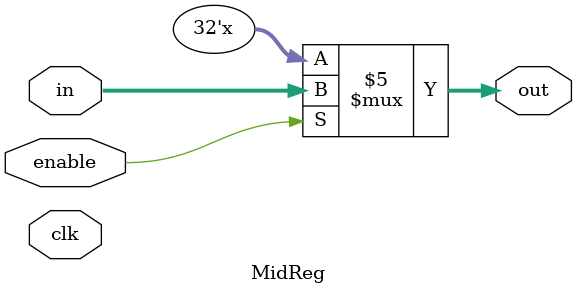
<source format=v>
module MidReg(
    input enable,clk,
    input[31:0] in,
    output reg[31:0] out
);
    initial begin
      out = 32'dz;
    end
    always@(clk)begin
      if(enable==1)
        out = in;
    end

endmodule
</source>
